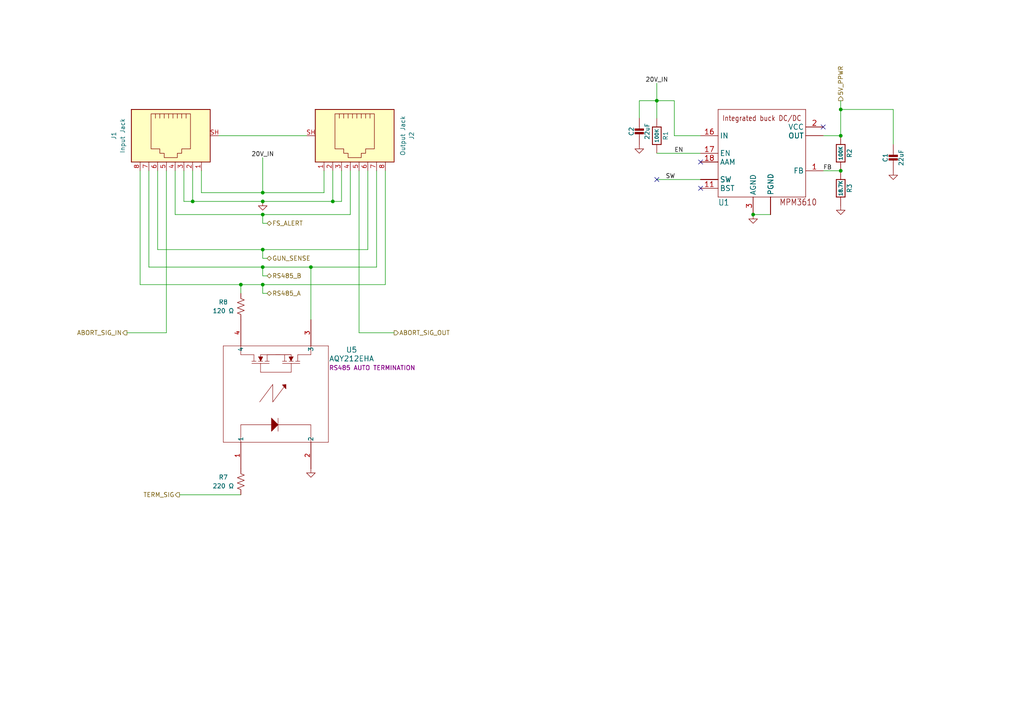
<source format=kicad_sch>
(kicad_sch (version 20250114) (generator "eeschema") (generator_version "9.0")
  (paper "A4")
  (lib_symbols
    (symbol "AQY212EHA:AQY212EHA" (pin_names (offset 0.254))
      (property "Reference" "U" (at 22.86 10.16 0))
      (property "Value" "AQY212EHA" (at 22.86 17.78 0))
      (symbol "AQY212EHA_0_1"
        (polyline (pts (xy 7.62 5.08) (xy 7.62 -25.4)) (stroke (width 0.127)))
        (polyline (pts (xy 7.62 -25.4) (xy 35.56 -25.4)) (stroke (width 0.127)))
        (polyline (pts (xy 10.795 -10.795) (xy 14.605 -10.795)) (stroke (width 0.127)))
        (polyline (pts (xy 12.7 0) (xy 7.62 0)) (stroke (width 0.127)))
        (polyline (pts (xy 12.7 0) (xy 12.7 -20.32)) (stroke (width 0.127)))
        (polyline (pts (xy 12.7 -20.32) (xy 7.62 -20.32)) (stroke (width 0.127)))
        (polyline (pts (xy 14.605 -8.89) (xy 10.795 -8.89) (xy 12.7 -10.795) (xy 14.605 -8.89)) (fill (type outline)))
        (polyline (pts (xy 19.304 -5.461) (xy 24.384 -9.271)) (stroke (width 0.127)))
        (polyline (pts (xy 19.304 -9.271) (xy 23.876 -12.7)) (stroke (width 0.127)))
        (polyline (pts (xy 23.749 -9.271) (xy 19.304 -9.271)) (stroke (width 0.127)))
        (polyline (pts (xy 23.749 -9.271) (xy 24.384 -9.271)) (stroke (width 0.127)))
        (polyline (pts (xy 24.384 -13.081) (xy 23.114 -13.081) (xy 24.257 -12.065) (xy 24.384 -13.081)) (fill (type outline)))
        (polyline (pts (xy 27.94 -5.715) (xy 27.94 -14.605)) (stroke (width 0.127)))
        (polyline (pts (xy 27.94 -5.715) (xy 30.48 -5.715)) (stroke (width 0.127)))
        (polyline (pts (xy 27.94 -14.605) (xy 30.48 -14.605)) (stroke (width 0.127)))
        (polyline (pts (xy 30.48 -3.175) (xy 30.48 -8.255)) (stroke (width 0.127)))
        (polyline (pts (xy 30.48 -12.065) (xy 30.48 -17.145)) (stroke (width 0.127)))
        (polyline (pts (xy 31.115 -3.81) (xy 33.02 -3.81)) (stroke (width 0.127)))
        (polyline (pts (xy 31.115 -4.445) (xy 31.115 -3.175)) (stroke (width 0.127)))
        (polyline (pts (xy 31.115 -5.715) (xy 33.02 -5.715)) (stroke (width 0.127)))
        (polyline (pts (xy 31.115 -5.715) (xy 32.385 -6.35) (xy 32.385 -5.08)) (fill (type outline)))
        (polyline (pts (xy 31.115 -6.35) (xy 31.115 -5.08)) (stroke (width 0.127)))
        (polyline (pts (xy 31.115 -6.985) (xy 31.115 -8.255)) (stroke (width 0.127)))
        (polyline (pts (xy 31.115 -7.62) (xy 33.02 -7.62)) (stroke (width 0.127)))
        (polyline (pts (xy 31.115 -12.7) (xy 33.02 -12.7)) (stroke (width 0.127)))
        (polyline (pts (xy 31.115 -13.335) (xy 31.115 -12.065)) (stroke (width 0.127)))
        (polyline (pts (xy 31.115 -13.97) (xy 31.115 -15.24)) (stroke (width 0.127)))
        (polyline (pts (xy 31.115 -14.605) (xy 33.02 -14.605)) (stroke (width 0.127)))
        (polyline (pts (xy 31.115 -14.605) (xy 32.385 -13.97) (xy 32.385 -15.24)) (fill (type outline)))
        (polyline (pts (xy 31.115 -15.875) (xy 31.115 -17.145)) (stroke (width 0.127)))
        (polyline (pts (xy 31.115 -16.51) (xy 33.02 -16.51)) (stroke (width 0.127)))
        (polyline (pts (xy 33.02 0) (xy 35.56 0)) (stroke (width 0.127)))
        (polyline (pts (xy 33.02 -3.81) (xy 33.02 0)) (stroke (width 0.127)))
        (polyline (pts (xy 33.02 -7.62) (xy 33.02 -11.43)) (stroke (width 0.127)))
        (polyline (pts (xy 33.02 -10.16) (xy 33.02 -5.715)) (stroke (width 0.127)))
        (polyline (pts (xy 33.02 -10.16) (xy 33.02 -14.605)) (stroke (width 0.127)))
        (polyline (pts (xy 33.02 -14.605) (xy 33.02 -10.16)) (stroke (width 0.127)))
        (polyline (pts (xy 33.02 -16.51) (xy 33.02 -20.32)) (stroke (width 0.127)))
        (polyline (pts (xy 33.02 -20.32) (xy 35.56 -20.32)) (stroke (width 0.127)))
        (polyline (pts (xy 35.56 5.08) (xy 7.62 5.08)) (stroke (width 0.127)))
        (polyline (pts (xy 35.56 -25.4) (xy 35.56 5.08)) (stroke (width 0.127)))
        (pin unspecified line (at 0 0 0) (length 7.62) (name "1") (number "1"))
        (pin unspecified line (at 0 -20.32 0) (length 7.62) (name "2") (number "2"))
        (pin unspecified line (at 43.18 0 180) (length 7.62) (name "4") (number "4"))
        (pin unspecified line (at 43.18 -20.32 180) (length 7.62) (name "3") (number "3"))
      )
    )
    (symbol "Connector:RJ45_Shielded" (pin_names (offset 1.016))
      (property "Reference" "J" (at -5.08 13.97 0))
      (property "Value" "RJ45_Shielded" (at 2.54 13.97 0))
      (symbol "RJ45_Shielded_0_1"
        (polyline (pts (xy -6.35 1.905) (xy -5.08 1.905) (xy -5.08 1.905)))
        (polyline (pts (xy -6.35 0.635) (xy -5.08 0.635) (xy -5.08 0.635)))
        (polyline (pts (xy -6.35 -0.635) (xy -5.08 -0.635) (xy -5.08 -0.635)))
        (polyline (pts (xy -6.35 -1.905) (xy -5.08 -1.905) (xy -5.08 -1.905)))
        (polyline (pts (xy -6.35 -3.175) (xy -5.08 -3.175) (xy -5.08 -3.175)))
        (polyline (pts (xy -6.35 -4.445) (xy -6.35 6.985) (xy 3.81 6.985) (xy 3.81 4.445) (xy 5.08 4.445) (xy 5.08 3.175) (xy 6.35 3.175) (xy 6.35 -0.635) (xy 5.08 -0.635) (xy 5.08 -1.905) (xy 3.81 -1.905) (xy 3.81 -4.445) (xy -6.35 -4.445) (xy -6.35 -4.445)))
        (polyline (pts (xy -5.08 5.715) (xy -6.35 5.715)))
        (polyline (pts (xy -5.08 4.445) (xy -6.35 4.445)))
        (polyline (pts (xy -5.08 3.175) (xy -6.35 3.175) (xy -6.35 3.175)))
        (rectangle (start 7.62 12.7) (end -7.62 -10.16) (stroke (width 0.254)) (fill (type background)))
      )
      (symbol "RJ45_Shielded_1_1"
        (pin passive line (at 0 -12.7 90) (length 2.54) (name "~") (number "SH"))
        (pin passive line (at 10.16 10.16 180) (length 2.54) (name "~") (number "8"))
        (pin passive line (at 10.16 7.62 180) (length 2.54) (name "~") (number "7"))
        (pin passive line (at 10.16 5.08 180) (length 2.54) (name "~") (number "6"))
        (pin passive line (at 10.16 2.54 180) (length 2.54) (name "~") (number "5"))
        (pin passive line (at 10.16 0 180) (length 2.54) (name "~") (number "4"))
        (pin passive line (at 10.16 -2.54 180) (length 2.54) (name "~") (number "3"))
        (pin passive line (at 10.16 -5.08 180) (length 2.54) (name "~") (number "2"))
        (pin passive line (at 10.16 -7.62 180) (length 2.54) (name "~") (number "1"))
      )
    )
    (symbol "Device:R_US" (pin_numbers (hide yes)) (pin_names (offset 0))
      (property "Reference" "R" (at 2.54 0 90))
      (property "Value" "R_US" (at -2.54 0 90))
      (symbol "R_US_0_1"
        (polyline (pts (xy 0 2.286) (xy 0 2.54)))
        (polyline (pts (xy 0 2.286) (xy 1.016 1.905) (xy 0 1.524) (xy -1.016 1.143) (xy 0 0.762)))
        (polyline (pts (xy 0 0.762) (xy 1.016 0.381) (xy 0 0) (xy -1.016 -0.381) (xy 0 -0.762)))
        (polyline (pts (xy 0 -0.762) (xy 1.016 -1.143) (xy 0 -1.524) (xy -1.016 -1.905) (xy 0 -2.286)))
        (polyline (pts (xy 0 -2.286) (xy 0 -2.54)))
      )
      (symbol "R_US_1_1"
        (pin passive line (at 0 3.81 270) (length 1.27) (name "~") (number "1"))
        (pin passive line (at 0 -3.81 90) (length 1.27) (name "~") (number "2"))
      )
    )
    (symbol "power:GND1" (power) (pin_numbers (hide yes)) (pin_names (offset 0) (hide yes))
      (property "Value" "GND1" (at 0 -3.81 0))
      (symbol "GND1_0_1"
        (polyline (pts (xy 0 0) (xy 0 -1.27) (xy 1.27 -1.27) (xy 0 -2.54) (xy -1.27 -1.27) (xy 0 -1.27)))
      )
      (symbol "GND1_1_1"
        (pin power_in line (at 0 0 270) (length 0) (name "~") (number "1"))
      )
    )
    (symbol "react_schematics-eagle-import:CAP_CERAMIC0805-NOOUTLINE"
      (property "Reference" "C" (at -2.29 1.25 90))
      (symbol "CAP_CERAMIC0805-NOOUTLINE_1_0"
        (rectangle (start -1.27 1.524) (end 1.27 2.032) (fill (type outline)))
        (rectangle (start -1.27 0.508) (end 1.27 1.016) (fill (type outline)))
        (polyline (pts (xy 0 2.54) (xy 0 1.778)) (stroke (width 0.1524)))
        (polyline (pts (xy 0 0.762) (xy 0 0)) (stroke (width 0.1524)))
        (pin passive line (at 0 5.08 270) (length 2.54) (name "1") (number "1"))
        (pin passive line (at 0 -2.54 90) (length 2.54) (name "2") (number "2"))
      )
    )
    (symbol "react_schematics-eagle-import:MPM3610"
      (property "Reference" "IC" (at -12.7 -15.24 0))
      (symbol "MPM3610_1_0"
        (polyline (pts (xy -12.7 12.7) (xy -12.7 -12.7)) (stroke (width 0.1524)))
        (polyline (pts (xy -12.7 -12.7) (xy 12.7 -12.7)) (stroke (width 0.1524)))
        (polyline (pts (xy 12.7 12.7) (xy -12.7 12.7)) (stroke (width 0.1524)))
        (polyline (pts (xy 12.7 -12.7) (xy 12.7 12.7)) (stroke (width 0.1524)))
        (text "Integrated buck DC/DC" (at 0 10.16 0) (effects (font (size 1.524 1.2954))))
        (text "MPM3610" (at 5.08 -15.24 0) (effects (font (size 1.778 1.5113)) (justify left bottom)))
        (pin power_in line (at -17.78 5.08 0) (length 5.08) (name "IN") (number "16"))
        (pin input line (at -17.78 0 0) (length 5.08) (name "EN") (number "17"))
        (pin input line (at -17.78 -2.54 0) (length 5.08) (name "AAM") (number "18"))
        (pin passive line (at -17.78 -7.62 0) (length 5.08) (name "SW") (number "4"))
        (pin passive line (at -17.78 -7.62 0) (length 5.08) (name "SW") (number "5"))
        (pin passive line (at -17.78 -7.62 0) (length 5.08) (name "SW") (number "6"))
        (pin passive line (at -17.78 -10.16 0) (length 5.08) (name "BST") (number "11"))
        (pin power_in line (at -2.54 -17.78 90) (length 5.08) (name "AGND") (number "3"))
        (pin power_in line (at 2.54 -17.78 90) (length 5.08) (name "PGND") (number "12"))
        (pin power_in line (at 2.54 -17.78 90) (length 5.08) (name "PGND") (number "13"))
        (pin power_in line (at 2.54 -17.78 90) (length 5.08) (name "PGND") (number "14"))
        (pin power_in line (at 17.78 7.62 180) (length 5.08) (name "VCC") (number "2"))
        (pin power_in line (at 17.78 5.08 180) (length 5.08) (name "OUT") (number "7"))
        (pin power_in line (at 17.78 5.08 180) (length 5.08) (name "OUT") (number "8"))
        (pin power_in line (at 17.78 5.08 180) (length 5.08) (name "OUT") (number "9"))
        (pin input line (at 17.78 -5.08 180) (length 5.08) (name "FB") (number "1"))
      )
    )
    (symbol "react_schematics-eagle-import:RESISTOR_0603_NOOUT"
      (property "Reference" "R" (at 0 2.54 0))
      (symbol "RESISTOR_0603_NOOUT_1_0"
        (polyline (pts (xy -2.54 1.27) (xy 2.54 1.27)) (stroke (width 0.254)))
        (polyline (pts (xy -2.54 -1.27) (xy -2.54 1.27)) (stroke (width 0.254)))
        (polyline (pts (xy 2.54 1.27) (xy 2.54 -1.27)) (stroke (width 0.254)))
        (polyline (pts (xy 2.54 -1.27) (xy -2.54 -1.27)) (stroke (width 0.254)))
        (pin passive line (at -5.08 0 0) (length 2.54) (name "1") (number "1"))
        (pin passive line (at 5.08 0 180) (length 2.54) (name "2") (number "2"))
      )
    )
  )
  (junction (at 76.2 62.23))
  (junction (at 76.2 72.39))
  (junction (at 96.52 58.42))
  (junction (at 243.84 31.75))
  (junction (at 76.2 82.55))
  (junction (at 76.2 55.88))
  (junction (at 76.2 77.47))
  (junction (at 69.85 82.55))
  (junction (at 190.5 29.21))
  (junction (at 243.84 49.53))
  (junction (at 218.44 62.23))
  (junction (at 90.17 77.47))
  (junction (at 243.84 39.37))
  (junction (at 55.88 58.42))
  (junction (at 76.2 58.42))
  (no_connect (at 238.76 36.83))
  (no_connect (at 190.5 52.07))
  (no_connect (at 203.2 46.99))
  (no_connect (at 203.2 54.61))
  (wire (pts (xy 109.22 77.47) (xy 109.22 49.53)))
  (wire (pts (xy 40.64 82.55) (xy 69.85 82.55)))
  (wire (pts (xy 40.64 49.53) (xy 40.64 82.55)))
  (wire (pts (xy 76.2 58.42) (xy 96.52 58.42)))
  (wire (pts (xy 93.98 55.88) (xy 93.98 49.53)))
  (wire (pts (xy 190.5 29.21) (xy 195.58 29.21)) (stroke (width 0.1524)))
  (wire (pts (xy 58.42 55.88) (xy 76.2 55.88)))
  (wire (pts (xy 76.2 45.72) (xy 76.2 55.88)))
  (wire (pts (xy 243.84 29.21) (xy 243.84 31.75)) (stroke (width 0.1524)))
  (wire (pts (xy 76.2 62.23) (xy 101.6 62.23)))
  (wire (pts (xy 76.2 85.09) (xy 77.47 85.09)))
  (wire (pts (xy 238.76 49.53) (xy 243.84 49.53)) (stroke (width 0.1524)))
  (wire (pts (xy 58.42 49.53) (xy 58.42 55.88)))
  (wire (pts (xy 48.26 96.52) (xy 48.26 49.53)))
  (wire (pts (xy 36.83 96.52) (xy 48.26 96.52)))
  (wire (pts (xy 76.2 72.39) (xy 106.68 72.39)))
  (wire (pts (xy 52.07 143.51) (xy 69.85 143.51)))
  (wire (pts (xy 203.2 52.07) (xy 190.5 52.07)) (stroke (width 0.1524)))
  (wire (pts (xy 53.34 58.42) (xy 55.88 58.42)))
  (wire (pts (xy 76.2 77.47) (xy 90.17 77.47)))
  (wire (pts (xy 114.3 96.52) (xy 104.14 96.52)))
  (wire (pts (xy 190.5 24.13) (xy 190.5 29.21)) (stroke (width 0.1524)))
  (wire (pts (xy 43.18 49.53) (xy 43.18 77.47)))
  (wire (pts (xy 90.17 77.47) (xy 90.17 92.71)))
  (wire (pts (xy 203.2 44.45) (xy 190.5 44.45)) (stroke (width 0.1524)))
  (wire (pts (xy 43.18 77.47) (xy 76.2 77.47)))
  (wire (pts (xy 69.85 82.55) (xy 76.2 82.55)))
  (wire (pts (xy 99.06 58.42) (xy 99.06 49.53)))
  (wire (pts (xy 76.2 82.55) (xy 111.76 82.55)))
  (wire (pts (xy 55.88 49.53) (xy 55.88 58.42)))
  (wire (pts (xy 185.42 29.21) (xy 190.5 29.21)) (stroke (width 0.1524)))
  (wire (pts (xy 195.58 29.21) (xy 195.58 39.37)) (stroke (width 0.1524)))
  (wire (pts (xy 259.08 31.75) (xy 259.08 41.91)) (stroke (width 0.1524)))
  (wire (pts (xy 195.58 39.37) (xy 203.2 39.37)) (stroke (width 0.1524)))
  (wire (pts (xy 45.72 49.53) (xy 45.72 72.39)))
  (wire (pts (xy 185.42 29.21) (xy 185.42 34.29)) (stroke (width 0.1524)))
  (wire (pts (xy 243.84 39.37) (xy 238.76 39.37)) (stroke (width 0.1524)))
  (wire (pts (xy 111.76 82.55) (xy 111.76 49.53)))
  (wire (pts (xy 96.52 49.53) (xy 96.52 58.42)))
  (wire (pts (xy 104.14 96.52) (xy 104.14 49.53)))
  (wire (pts (xy 76.2 55.88) (xy 93.98 55.88)))
  (wire (pts (xy 50.8 49.53) (xy 50.8 62.23)))
  (wire (pts (xy 76.2 80.01) (xy 77.47 80.01)))
  (wire (pts (xy 76.2 77.47) (xy 76.2 80.01)))
  (wire (pts (xy 69.85 82.55) (xy 69.85 85.09)))
  (wire (pts (xy 90.17 77.47) (xy 109.22 77.47)))
  (wire (pts (xy 76.2 62.23) (xy 76.2 64.77)))
  (wire (pts (xy 243.84 31.75) (xy 243.84 39.37)) (stroke (width 0.1524)))
  (wire (pts (xy 76.2 82.55) (xy 76.2 85.09)))
  (wire (pts (xy 76.2 72.39) (xy 76.2 74.93)))
  (wire (pts (xy 106.68 72.39) (xy 106.68 49.53)))
  (wire (pts (xy 190.5 34.29) (xy 190.5 29.21)) (stroke (width 0.1524)))
  (wire (pts (xy 45.72 72.39) (xy 76.2 72.39)))
  (wire (pts (xy 96.52 58.42) (xy 99.06 58.42)))
  (wire (pts (xy 223.52 62.23) (xy 218.44 62.23)) (stroke (width 0.1524)))
  (wire (pts (xy 50.8 62.23) (xy 76.2 62.23)))
  (wire (pts (xy 101.6 49.53) (xy 101.6 62.23)))
  (wire (pts (xy 53.34 49.53) (xy 53.34 58.42)))
  (wire (pts (xy 76.2 64.77) (xy 77.47 64.77)))
  (wire (pts (xy 76.2 74.93) (xy 77.47 74.93)))
  (wire (pts (xy 55.88 58.42) (xy 76.2 58.42)))
  (wire (pts (xy 259.08 31.75) (xy 243.84 31.75)) (stroke (width 0.1524)))
  (wire (pts (xy 63.5 39.37) (xy 88.9 39.37)))
  (label "FB" (at 238.76 49.53 0) (effects (font (size 1.2446 1.2446))))
  (label "20V_IN" (at 190.5 24.13 0))
  (label "SW" (at 193.04 52.07 0) (effects (font (size 1.2446 1.2446))))
  (label "EN" (at 195.58 44.45 0) (effects (font (size 1.2446 1.2446))))
  (label "20V_IN" (at 76.2 45.72 0))
  (hierarchical_label "ABORT_SIG_IN" (shape output) (at 36.83 96.52 180))
  (hierarchical_label "ABORT_SIG_OUT" (shape output) (at 114.3 96.52 0))
  (hierarchical_label "5V_PPWR" (shape output) (at 243.84 29.21 90))
  (hierarchical_label "TERM_SIG" (shape output) (at 52.07 143.51 180))
  (hierarchical_label "FS_ALERT" (shape bidirectional) (at 77.47 64.77 0))
  (hierarchical_label "RS485_B" (shape bidirectional) (at 77.47 80.01 0))
  (hierarchical_label "GUN_SENSE" (shape bidirectional) (at 77.47 74.93 0))
  (hierarchical_label "RS485_A" (shape bidirectional) (at 77.47 85.09 0))
  (symbol (lib_id "react_schematics-eagle-import:RESISTOR_0603_NOOUT") (at 243.84 54.61 270) (unit 1)
    (property "Reference" "R3" (at 246.38 54.61 0))
    (property "Value" "18.7K" (at 243.84 54.61 0) (effects (font (size 1.016 1.016) (thickness 0.2032) (bold yes))))
    (property "Footprint" "react_schematics:0603-NO" (effects (hide yes)))
    (property "Description" "Resistors\n\nFor new designs, use the packages preceded by an '_' character since they are more reliable:\n\nThe following footprints should be used on most boards:\n\n• _0402 - Standard footprint for regular board layouts\n• _0603 - Standard footprint for regular board layouts\n• _0805 - Standard footprint for regular board layouts\n• _1206 - Standard footprint for regular board layouts\n\nFor extremely tight-pitch boards where space is at a premium, the following 'micro-pitch' footprints can be used (smaller pads, no silkscreen outline, etc.):\n\n• _0402MP - Micro-pitch footprint for very dense/compact boards\n• _0603MP - Micro-pitch footprint for very dense/compact boards\n• _0805MP - Micro-pitch footprint for very dense/compact boards\n• _1206MP - Micro-pitch footprint for very dense/compact boards" (effects (hide yes)))
  )
  (symbol (lib_id "power:GND1") (at 90.17 135.89 0) (unit 1)
    (property "Reference" "#PWR026" (effects (hide yes)))
    (property "Value" "GND" (effects (hide yes)))
    (property "Description" "Power symbol creates a global label with name \"GND1\" , ground" (effects (hide yes)))
  )
  (symbol (lib_id "Device:R_US") (at 69.85 88.9 0) (unit 1)
    (property "Reference" "R8" (at 64.77 87.63 0))
    (property "Value" "120 Ω" (at 64.77 90.17 0))
    (property "Description" "Resistor, US symbol" (effects (hide yes)))
  )
  (symbol (lib_id "power:GND1") (at 185.42 41.91 0) (unit 1)
    (property "Reference" "#PWR011" (effects (hide yes)))
    (property "Value" "GND" (effects (hide yes)))
    (property "Description" "Power symbol creates a global label with name \"GND1\" , ground" (effects (hide yes)))
  )
  (symbol (lib_id "Device:R_US") (at 69.85 139.7 0) (unit 1)
    (property "Reference" "R7" (at 64.77 138.43 0))
    (property "Value" "220 Ω" (at 64.77 140.97 0))
    (property "Description" "Resistor, US symbol" (effects (hide yes)))
  )
  (symbol (lib_id "AQY212EHA:AQY212EHA") (at 69.85 135.89 90) (unit 1)
    (property "Reference" "U5" (at 101.981 101.473 90) (effects (font (size 1.524 1.524))))
    (property "Value" "AQY212EHA" (at 101.981 104.013 90) (effects (font (size 1.524 1.524))))
    (property "Footprint" "PAN_AQY21-SO4_PAN" (effects (hide yes)))
    (property "Datasheet" "AQY212EHA" (effects (hide yes)))
    (property "Description" "RS485 AUTO TERMINATION" (at 107.95 106.68 90))
  )
  (symbol (lib_id "power:GND1") (at 76.2 58.42 0) (unit 1)
    (property "Reference" "#PWR09" (effects (hide yes)))
    (property "Value" "GND" (effects (hide yes)))
    (property "Description" "Power symbol creates a global label with name \"GND1\" , ground" (effects (hide yes)))
  )
  (symbol (lib_id "react_schematics-eagle-import:CAP_CERAMIC0805-NOOUTLINE") (at 259.08 46.99 0) (unit 1)
    (property "Reference" "C1" (at 256.79 45.74 90))
    (property "Value" "22uF" (at 261.38 45.74 90))
    (property "Footprint" "react_schematics:0805-NO" (effects (hide yes)))
    (property "Description" "Ceramic Capacitors\n\nFor new designs, use the packages preceded by an '_' character since they are more reliable:\n\nThe following footprints should be used on most boards:\n\n• _0402 - Standard footprint for regular board layouts\n• _0603 - Standard footprint for regular board layouts\n• _0805 - Standard footprint for regular board layouts\n• _1206 - Standard footprint for regular board layouts\n\nFor extremely tight-pitch boards where space is at a premium, the following 'micro-pitch' footprints can be used (smaller pads, no silkscreen outline, etc.):\n\n• _0402MP - Micro-pitch footprint for very dense/compact boards\n• _0603MP - Micro-pitch footprint for very dense/compact boards\n• _0805MP - Micro-pitch footprint for very dense/compact boards\n• _1206MP - Micro-pitch footprint for very dense/compact boards" (effects (hide yes)))
  )
  (symbol (lib_id "react_schematics-eagle-import:MPM3610") (at 220.98 44.45 0) (unit 1)
    (property "Reference" "U1" (at 208.28 59.69 0) (effects (font (size 1.778 1.5113)) (justify left bottom)))
    (property "Value" "MPM3610" (effects (hide yes)))
    (property "Footprint" "react_schematics:MPM3610" (effects (hide yes)))
  )
  (symbol (lib_id "Connector:RJ45_Shielded") (at 50.8 39.37 90) (mirror x) (unit 1)
    (property "Reference" "J1" (at 33.02 39.37 0))
    (property "Value" "Input Jack" (at 35.56 39.37 0))
    (property "Description" "RJ connector, 8P8C (8 positions 8 connected), Shielded" (effects (hide yes)))
  )
  (symbol (lib_id "react_schematics-eagle-import:CAP_CERAMIC0805-NOOUTLINE") (at 185.42 39.37 0) (unit 1)
    (property "Reference" "C2" (at 183.13 38.12 90))
    (property "Value" "22uF" (at 187.72 38.12 90))
    (property "Footprint" "react_schematics:0805-NO" (effects (hide yes)))
    (property "Description" "Ceramic Capacitors\n\nFor new designs, use the packages preceded by an '_' character since they are more reliable:\n\nThe following footprints should be used on most boards:\n\n• _0402 - Standard footprint for regular board layouts\n• _0603 - Standard footprint for regular board layouts\n• _0805 - Standard footprint for regular board layouts\n• _1206 - Standard footprint for regular board layouts\n\nFor extremely tight-pitch boards where space is at a premium, the following 'micro-pitch' footprints can be used (smaller pads, no silkscreen outline, etc.):\n\n• _0402MP - Micro-pitch footprint for very dense/compact boards\n• _0603MP - Micro-pitch footprint for very dense/compact boards\n• _0805MP - Micro-pitch footprint for very dense/compact boards\n• _1206MP - Micro-pitch footprint for very dense/compact boards" (effects (hide yes)))
  )
  (symbol (lib_id "power:GND1") (at 218.44 62.23 0) (unit 1)
    (property "Reference" "#PWR012" (effects (hide yes)))
    (property "Value" "GND" (effects (hide yes)))
    (property "Description" "Power symbol creates a global label with name \"GND1\" , ground" (effects (hide yes)))
  )
  (symbol (lib_id "power:GND1") (at 243.84 59.69 0) (unit 1)
    (property "Reference" "#PWR013" (effects (hide yes)))
    (property "Value" "GND" (effects (hide yes)))
    (property "Description" "Power symbol creates a global label with name \"GND1\" , ground" (effects (hide yes)))
  )
  (symbol (lib_id "react_schematics-eagle-import:RESISTOR_0603_NOOUT") (at 243.84 44.45 270) (unit 1)
    (property "Reference" "R2" (at 246.38 44.45 0))
    (property "Value" "100K" (at 243.84 44.45 0) (effects (font (size 1.016 1.016) (thickness 0.2032) (bold yes))))
    (property "Footprint" "react_schematics:0603-NO" (effects (hide yes)))
    (property "Description" "Resistors\n\nFor new designs, use the packages preceded by an '_' character since they are more reliable:\n\nThe following footprints should be used on most boards:\n\n• _0402 - Standard footprint for regular board layouts\n• _0603 - Standard footprint for regular board layouts\n• _0805 - Standard footprint for regular board layouts\n• _1206 - Standard footprint for regular board layouts\n\nFor extremely tight-pitch boards where space is at a premium, the following 'micro-pitch' footprints can be used (smaller pads, no silkscreen outline, etc.):\n\n• _0402MP - Micro-pitch footprint for very dense/compact boards\n• _0603MP - Micro-pitch footprint for very dense/compact boards\n• _0805MP - Micro-pitch footprint for very dense/compact boards\n• _1206MP - Micro-pitch footprint for very dense/compact boards" (effects (hide yes)))
  )
  (symbol (lib_id "react_schematics-eagle-import:RESISTOR_0603_NOOUT") (at 190.5 39.37 270) (unit 1)
    (property "Reference" "R1" (at 193.04 39.37 0))
    (property "Value" "100K" (at 190.5 39.37 0) (effects (font (size 1.016 1.016) (thickness 0.2032) (bold yes))))
    (property "Footprint" "react_schematics:0603-NO" (effects (hide yes)))
    (property "Description" "Resistors\n\nFor new designs, use the packages preceded by an '_' character since they are more reliable:\n\nThe following footprints should be used on most boards:\n\n• _0402 - Standard footprint for regular board layouts\n• _0603 - Standard footprint for regular board layouts\n• _0805 - Standard footprint for regular board layouts\n• _1206 - Standard footprint for regular board layouts\n\nFor extremely tight-pitch boards where space is at a premium, the following 'micro-pitch' footprints can be used (smaller pads, no silkscreen outline, etc.):\n\n• _0402MP - Micro-pitch footprint for very dense/compact boards\n• _0603MP - Micro-pitch footprint for very dense/compact boards\n• _0805MP - Micro-pitch footprint for very dense/compact boards\n• _1206MP - Micro-pitch footprint for very dense/compact boards" (effects (hide yes)))
  )
  (symbol (lib_id "power:GND1") (at 259.08 49.53 0) (unit 1)
    (property "Reference" "#PWR014" (effects (hide yes)))
    (property "Value" "GND" (effects (hide yes)))
    (property "Description" "Power symbol creates a global label with name \"GND1\" , ground" (effects (hide yes)))
  )
  (symbol (lib_id "Connector:RJ45_Shielded") (at 101.6 39.37 270) (unit 1)
    (property "Reference" "J2" (at 119.38 39.37 0))
    (property "Value" "Output Jack" (at 116.84 39.37 0))
    (property "Description" "RJ connector, 8P8C (8 positions 8 connected), Shielded" (effects (hide yes)))
  )
)
</source>
